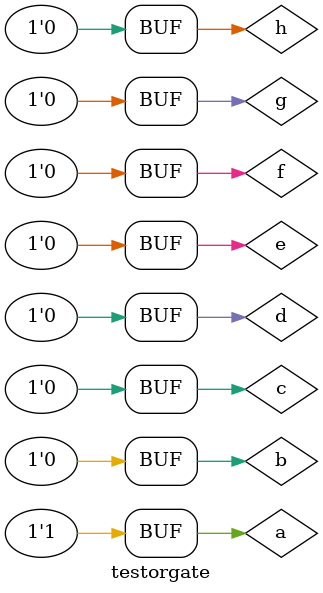
<source format=v>


module orgate (output s, input a, b, c, d, e, f, g, h);
  assign s = a | b | c | d | e | f | g | h; 
endmodule //-- orgate 

module testorgate;

	reg a, b, c, d, e, f, g, h;
	wire s; 

	orgate OR1(s, a, b, c, d, e, f, g, h);  

	initial begin:start
		a = 0; b = 0; c = 0; d = 0; e = 0; f = 0; g = 0; h = 0; 
	end //-- start
 
	initial begin:main
		$display("Exercício0012 - João Henrique Mendes de Oliveira - 392734"); 
		$display("Test circuito _ Alguns Exemplos"); 
		$display("\na b c d e f g h = s\n");
		$monitor("%b %b %b %b %b %b %b %b = %b", a, b, c, d, e, f, g, h, s);
		
	#1 a = 0; b = 0; c = 0; d = 0; e = 0; f = 0; g = 0; h = 0;
	#1 a = 0; b = 0; c = 0; d = 0; e = 0; f = 0; g = 0; h = 1;
	#1 a = 0; b = 0; c = 0; d = 0; e = 0; f = 0; g = 1; h = 0;
	#1 a = 0; b = 0; c = 0; d = 0; e = 0; f = 1; g = 0; h = 0;
	#1 a = 0; b = 0; c = 0; d = 0; e = 1; f = 0; g = 0; h = 0;
	#1 a = 0; b = 0; c = 0; d = 1; e = 0; f = 0; g = 0; h = 0;
	#1 a = 0; b = 0; c = 1; d = 0; e = 0; f = 0; g = 0; h = 0;
	#1 a = 0; b = 1; c = 0; d = 0; e = 0; f = 0; g = 0; h = 0;
	#1 a = 1; b = 0; c = 0; d = 0; e = 0; f = 0; g = 0; h = 0;
	
   end //-- main
	
endmodule //-- testorgate
</source>
